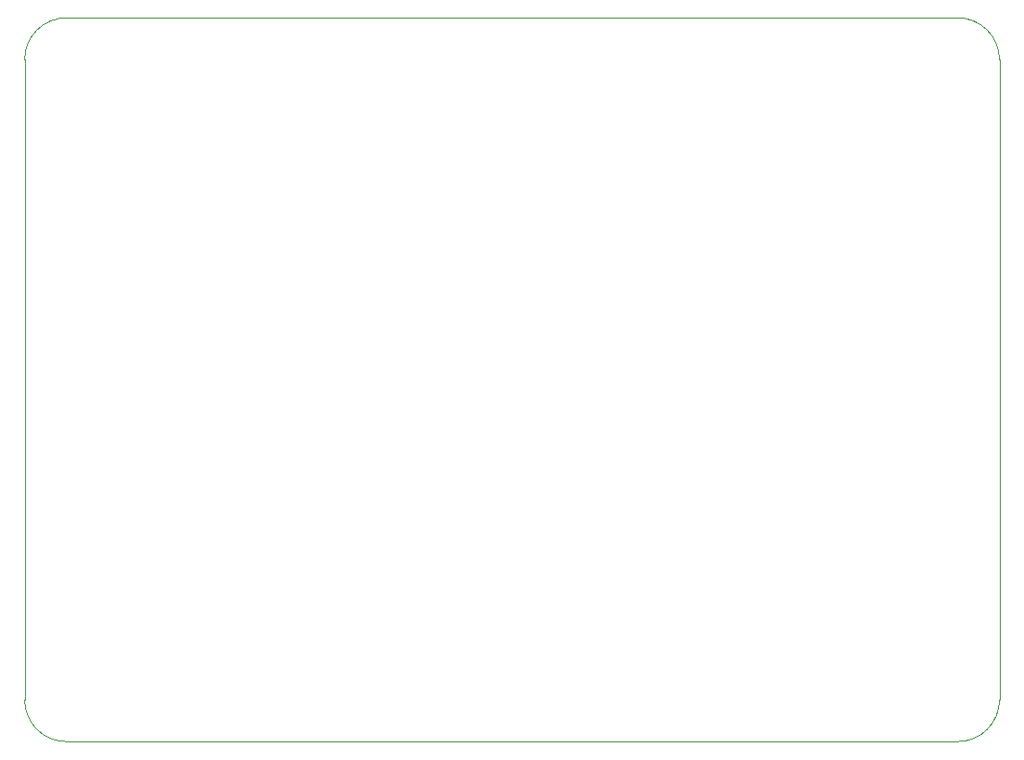
<source format=gbr>
G04 #@! TF.GenerationSoftware,KiCad,Pcbnew,(5.1.5)-3*
G04 #@! TF.CreationDate,2021-07-18T20:49:21-05:00*
G04 #@! TF.ProjectId,ControlInputTestTeensy,436f6e74-726f-46c4-996e-707574546573,rev?*
G04 #@! TF.SameCoordinates,Original*
G04 #@! TF.FileFunction,Profile,NP*
%FSLAX46Y46*%
G04 Gerber Fmt 4.6, Leading zero omitted, Abs format (unit mm)*
G04 Created by KiCad (PCBNEW (5.1.5)-3) date 2021-07-18 20:49:21*
%MOMM*%
%LPD*%
G04 APERTURE LIST*
%ADD10C,0.050000*%
G04 APERTURE END LIST*
D10*
X194310000Y-151130000D02*
G75*
G02X190500000Y-154940000I-3810000J0D01*
G01*
X105410000Y-92710000D02*
G75*
G02X109220000Y-88900000I3810000J0D01*
G01*
X190500000Y-88900000D02*
G75*
G02X194310000Y-92710000I0J-3810000D01*
G01*
X109220000Y-154940000D02*
G75*
G02X105410000Y-151130000I0J3810000D01*
G01*
X105410000Y-92710000D02*
X105410000Y-151130000D01*
X190500000Y-88900000D02*
X109220000Y-88900000D01*
X194310000Y-151130000D02*
X194310000Y-92710000D01*
X109220000Y-154940000D02*
X190500000Y-154940000D01*
M02*

</source>
